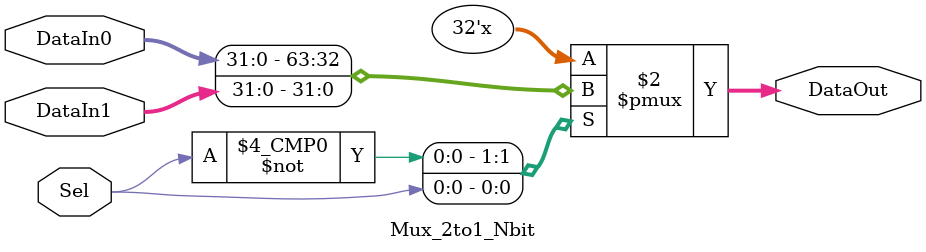
<source format=v>
`timescale 1ns / 1ps


module Mux_2to1_Nbit(DataIn0, DataIn1, Sel, DataOut);
    parameter N = 32;
        
    input[N-1:0] DataIn0;
    input[N-1:0] DataIn1;
    input Sel;
    output reg [N-1:0] DataOut;
    always @ (DataIn0, DataIn1, Sel)
    begin
        case(Sel)
            0: DataOut = DataIn0;
            1: DataOut = DataIn1;
        endcase
    end
endmodule

</source>
